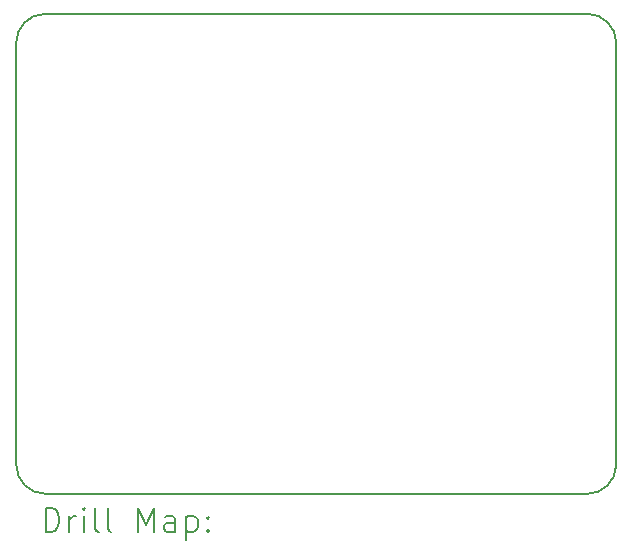
<source format=gbr>
%TF.GenerationSoftware,KiCad,Pcbnew,7.0.6-0*%
%TF.CreationDate,2024-01-30T23:57:17-05:00*%
%TF.ProjectId,Peripherals Board (new),50657269-7068-4657-9261-6c7320426f61,rev?*%
%TF.SameCoordinates,Original*%
%TF.FileFunction,Drillmap*%
%TF.FilePolarity,Positive*%
%FSLAX45Y45*%
G04 Gerber Fmt 4.5, Leading zero omitted, Abs format (unit mm)*
G04 Created by KiCad (PCBNEW 7.0.6-0) date 2024-01-30 23:57:17*
%MOMM*%
%LPD*%
G01*
G04 APERTURE LIST*
%ADD10C,0.200000*%
G04 APERTURE END LIST*
D10*
X17018000Y-8391000D02*
X17018000Y-4817000D01*
X22098000Y-4817000D02*
X22098000Y-8391000D01*
X17263000Y-4572000D02*
X21853000Y-4572000D01*
X17263000Y-4572000D02*
G75*
G03*
X17018000Y-4817000I0J-245000D01*
G01*
X22098000Y-4817000D02*
G75*
G03*
X21853000Y-4572000I-245000J0D01*
G01*
X17018000Y-8391000D02*
G75*
G03*
X17263000Y-8636000I245000J0D01*
G01*
X21853000Y-8636000D02*
G75*
G03*
X22098000Y-8391000I0J245000D01*
G01*
X21853000Y-8636000D02*
X17263000Y-8636000D01*
X17268777Y-8957484D02*
X17268777Y-8757484D01*
X17268777Y-8757484D02*
X17316396Y-8757484D01*
X17316396Y-8757484D02*
X17344967Y-8767008D01*
X17344967Y-8767008D02*
X17364015Y-8786055D01*
X17364015Y-8786055D02*
X17373539Y-8805103D01*
X17373539Y-8805103D02*
X17383063Y-8843198D01*
X17383063Y-8843198D02*
X17383063Y-8871770D01*
X17383063Y-8871770D02*
X17373539Y-8909865D01*
X17373539Y-8909865D02*
X17364015Y-8928912D01*
X17364015Y-8928912D02*
X17344967Y-8947960D01*
X17344967Y-8947960D02*
X17316396Y-8957484D01*
X17316396Y-8957484D02*
X17268777Y-8957484D01*
X17468777Y-8957484D02*
X17468777Y-8824150D01*
X17468777Y-8862246D02*
X17478301Y-8843198D01*
X17478301Y-8843198D02*
X17487824Y-8833674D01*
X17487824Y-8833674D02*
X17506872Y-8824150D01*
X17506872Y-8824150D02*
X17525920Y-8824150D01*
X17592586Y-8957484D02*
X17592586Y-8824150D01*
X17592586Y-8757484D02*
X17583063Y-8767008D01*
X17583063Y-8767008D02*
X17592586Y-8776531D01*
X17592586Y-8776531D02*
X17602110Y-8767008D01*
X17602110Y-8767008D02*
X17592586Y-8757484D01*
X17592586Y-8757484D02*
X17592586Y-8776531D01*
X17716396Y-8957484D02*
X17697348Y-8947960D01*
X17697348Y-8947960D02*
X17687824Y-8928912D01*
X17687824Y-8928912D02*
X17687824Y-8757484D01*
X17821158Y-8957484D02*
X17802110Y-8947960D01*
X17802110Y-8947960D02*
X17792586Y-8928912D01*
X17792586Y-8928912D02*
X17792586Y-8757484D01*
X18049729Y-8957484D02*
X18049729Y-8757484D01*
X18049729Y-8757484D02*
X18116396Y-8900341D01*
X18116396Y-8900341D02*
X18183063Y-8757484D01*
X18183063Y-8757484D02*
X18183063Y-8957484D01*
X18364015Y-8957484D02*
X18364015Y-8852722D01*
X18364015Y-8852722D02*
X18354491Y-8833674D01*
X18354491Y-8833674D02*
X18335444Y-8824150D01*
X18335444Y-8824150D02*
X18297348Y-8824150D01*
X18297348Y-8824150D02*
X18278301Y-8833674D01*
X18364015Y-8947960D02*
X18344967Y-8957484D01*
X18344967Y-8957484D02*
X18297348Y-8957484D01*
X18297348Y-8957484D02*
X18278301Y-8947960D01*
X18278301Y-8947960D02*
X18268777Y-8928912D01*
X18268777Y-8928912D02*
X18268777Y-8909865D01*
X18268777Y-8909865D02*
X18278301Y-8890817D01*
X18278301Y-8890817D02*
X18297348Y-8881293D01*
X18297348Y-8881293D02*
X18344967Y-8881293D01*
X18344967Y-8881293D02*
X18364015Y-8871770D01*
X18459253Y-8824150D02*
X18459253Y-9024150D01*
X18459253Y-8833674D02*
X18478301Y-8824150D01*
X18478301Y-8824150D02*
X18516396Y-8824150D01*
X18516396Y-8824150D02*
X18535444Y-8833674D01*
X18535444Y-8833674D02*
X18544967Y-8843198D01*
X18544967Y-8843198D02*
X18554491Y-8862246D01*
X18554491Y-8862246D02*
X18554491Y-8919389D01*
X18554491Y-8919389D02*
X18544967Y-8938436D01*
X18544967Y-8938436D02*
X18535444Y-8947960D01*
X18535444Y-8947960D02*
X18516396Y-8957484D01*
X18516396Y-8957484D02*
X18478301Y-8957484D01*
X18478301Y-8957484D02*
X18459253Y-8947960D01*
X18640205Y-8938436D02*
X18649729Y-8947960D01*
X18649729Y-8947960D02*
X18640205Y-8957484D01*
X18640205Y-8957484D02*
X18630682Y-8947960D01*
X18630682Y-8947960D02*
X18640205Y-8938436D01*
X18640205Y-8938436D02*
X18640205Y-8957484D01*
X18640205Y-8833674D02*
X18649729Y-8843198D01*
X18649729Y-8843198D02*
X18640205Y-8852722D01*
X18640205Y-8852722D02*
X18630682Y-8843198D01*
X18630682Y-8843198D02*
X18640205Y-8833674D01*
X18640205Y-8833674D02*
X18640205Y-8852722D01*
M02*

</source>
